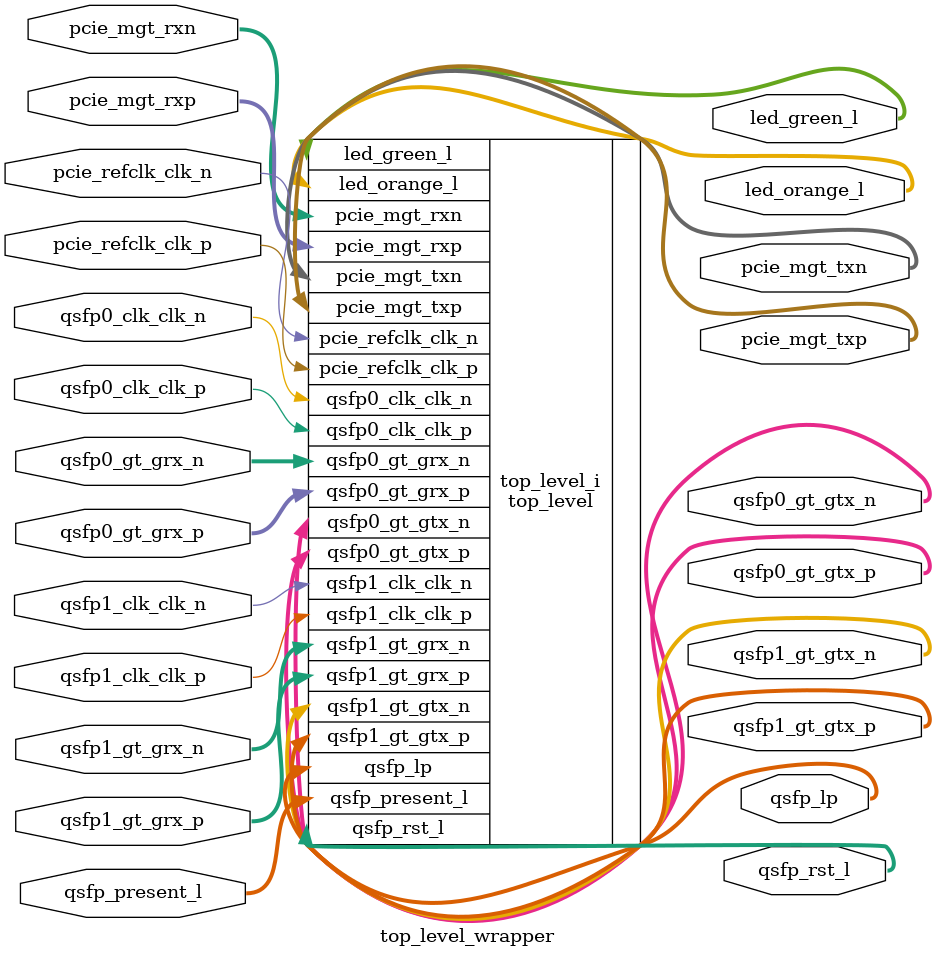
<source format=v>
`timescale 1 ps / 1 ps

module top_level_wrapper
   (led_green_l,
    led_orange_l,
    pcie_mgt_rxn,
    pcie_mgt_rxp,
    pcie_mgt_txn,
    pcie_mgt_txp,
    pcie_refclk_clk_n,
    pcie_refclk_clk_p,
    qsfp0_clk_clk_n,
    qsfp0_clk_clk_p,
    qsfp0_gt_grx_n,
    qsfp0_gt_grx_p,
    qsfp0_gt_gtx_n,
    qsfp0_gt_gtx_p,
    qsfp1_clk_clk_n,
    qsfp1_clk_clk_p,
    qsfp1_gt_grx_n,
    qsfp1_gt_grx_p,
    qsfp1_gt_gtx_n,
    qsfp1_gt_gtx_p,
    qsfp_lp,
    qsfp_present_l,
    qsfp_rst_l);
  output [3:0]led_green_l;
  output [3:0]led_orange_l;
  input [15:0]pcie_mgt_rxn;
  input [15:0]pcie_mgt_rxp;
  output [15:0]pcie_mgt_txn;
  output [15:0]pcie_mgt_txp;
  input [0:0]pcie_refclk_clk_n;
  input [0:0]pcie_refclk_clk_p;
  input qsfp0_clk_clk_n;
  input qsfp0_clk_clk_p;
  input [3:0]qsfp0_gt_grx_n;
  input [3:0]qsfp0_gt_grx_p;
  output [3:0]qsfp0_gt_gtx_n;
  output [3:0]qsfp0_gt_gtx_p;
  input qsfp1_clk_clk_n;
  input qsfp1_clk_clk_p;
  input [3:0]qsfp1_gt_grx_n;
  input [3:0]qsfp1_gt_grx_p;
  output [3:0]qsfp1_gt_gtx_n;
  output [3:0]qsfp1_gt_gtx_p;
  output [1:0]qsfp_lp;
  input [1:0]qsfp_present_l;
  output [1:0]qsfp_rst_l;

  wire [3:0]led_green_l;
  wire [3:0]led_orange_l;
  wire [15:0]pcie_mgt_rxn;
  wire [15:0]pcie_mgt_rxp;
  wire [15:0]pcie_mgt_txn;
  wire [15:0]pcie_mgt_txp;
  wire [0:0]pcie_refclk_clk_n;
  wire [0:0]pcie_refclk_clk_p;
  wire qsfp0_clk_clk_n;
  wire qsfp0_clk_clk_p;
  wire [3:0]qsfp0_gt_grx_n;
  wire [3:0]qsfp0_gt_grx_p;
  wire [3:0]qsfp0_gt_gtx_n;
  wire [3:0]qsfp0_gt_gtx_p;
  wire qsfp1_clk_clk_n;
  wire qsfp1_clk_clk_p;
  wire [3:0]qsfp1_gt_grx_n;
  wire [3:0]qsfp1_gt_grx_p;
  wire [3:0]qsfp1_gt_gtx_n;
  wire [3:0]qsfp1_gt_gtx_p;
  wire [1:0]qsfp_lp;
  wire [1:0]qsfp_present_l;
  wire [1:0]qsfp_rst_l;

  top_level top_level_i
       (.led_green_l(led_green_l),
        .led_orange_l(led_orange_l),
        .pcie_mgt_rxn(pcie_mgt_rxn),
        .pcie_mgt_rxp(pcie_mgt_rxp),
        .pcie_mgt_txn(pcie_mgt_txn),
        .pcie_mgt_txp(pcie_mgt_txp),
        .pcie_refclk_clk_n(pcie_refclk_clk_n),
        .pcie_refclk_clk_p(pcie_refclk_clk_p),
        .qsfp0_clk_clk_n(qsfp0_clk_clk_n),
        .qsfp0_clk_clk_p(qsfp0_clk_clk_p),
        .qsfp0_gt_grx_n(qsfp0_gt_grx_n),
        .qsfp0_gt_grx_p(qsfp0_gt_grx_p),
        .qsfp0_gt_gtx_n(qsfp0_gt_gtx_n),
        .qsfp0_gt_gtx_p(qsfp0_gt_gtx_p),
        .qsfp1_clk_clk_n(qsfp1_clk_clk_n),
        .qsfp1_clk_clk_p(qsfp1_clk_clk_p),
        .qsfp1_gt_grx_n(qsfp1_gt_grx_n),
        .qsfp1_gt_grx_p(qsfp1_gt_grx_p),
        .qsfp1_gt_gtx_n(qsfp1_gt_gtx_n),
        .qsfp1_gt_gtx_p(qsfp1_gt_gtx_p),
        .qsfp_lp(qsfp_lp),
        .qsfp_present_l(qsfp_present_l),
        .qsfp_rst_l(qsfp_rst_l));
endmodule

</source>
